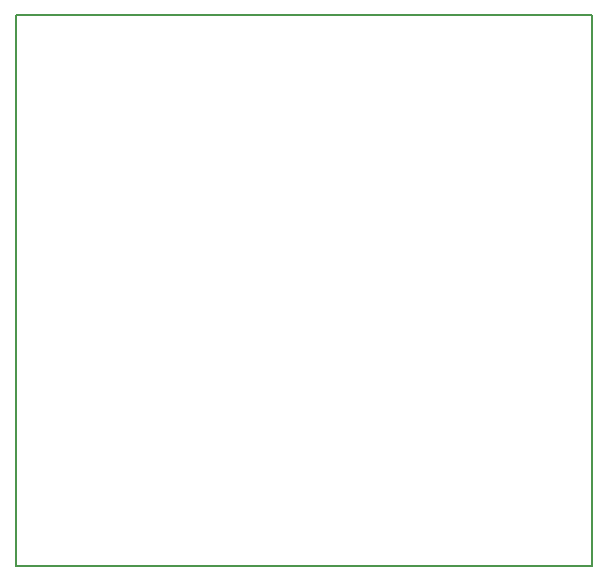
<source format=gm1>
G04 MADE WITH FRITZING*
G04 WWW.FRITZING.ORG*
G04 DOUBLE SIDED*
G04 HOLES PLATED*
G04 CONTOUR ON CENTER OF CONTOUR VECTOR*
%ASAXBY*%
%FSLAX23Y23*%
%MOIN*%
%OFA0B0*%
%SFA1.0B1.0*%
%ADD10R,1.929660X1.844540*%
%ADD11C,0.008000*%
%ADD10C,0.008*%
%LNCONTOUR*%
G90*
G70*
G54D10*
G54D11*
X4Y1841D02*
X1926Y1841D01*
X1926Y4D01*
X4Y4D01*
X4Y1841D01*
D02*
G04 End of contour*
M02*
</source>
